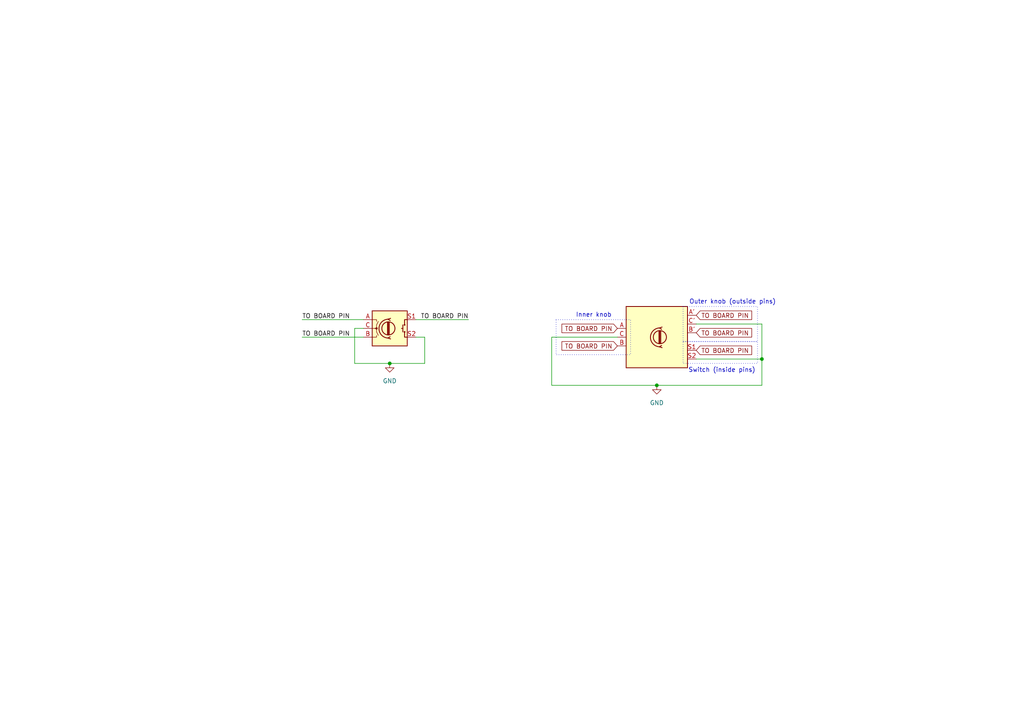
<source format=kicad_sch>
(kicad_sch (version 20231120) (generator "eeschema") (generator_version "8.0")
  (paper "A4")
  (lib_symbols
    (symbol "Device:RotaryEncoder_Switch" (pin_names (offset 0.254) hide)
      (property "Reference" "SW" (at 0 6.604 0))
      (property "Value" "RotaryEncoder_Switch" (at 0 -6.604 0))
      (symbol "RotaryEncoder_Switch_0_1"
        (rectangle (start -5.08 5.08) (end 5.08 -5.08) (stroke (width 0.254)) (fill (type background)))
        (circle (center -3.81 0) (radius 0.254) (fill (type outline)))
        (circle (center -0.381 0) (radius 1.905) (stroke (width 0.254)))
        (arc (start -0.381 2.667) (mid -3.0988 -0.0635) (end -0.381 -2.794) (stroke (width 0.254)))
        (polyline (pts (xy -0.635 -1.778) (xy -0.635 1.778)) (stroke (width 0.254)))
        (polyline (pts (xy -0.381 -1.778) (xy -0.381 1.778)) (stroke (width 0.254)))
        (polyline (pts (xy -0.127 1.778) (xy -0.127 -1.778)) (stroke (width 0.254)))
        (polyline (pts (xy 3.81 0) (xy 3.429 0)) (stroke (width 0.254)))
        (polyline (pts (xy 3.81 1.016) (xy 3.81 -1.016)) (stroke (width 0.254)))
        (polyline (pts (xy -5.08 -2.54) (xy -3.81 -2.54) (xy -3.81 -2.032)))
        (polyline (pts (xy -5.08 2.54) (xy -3.81 2.54) (xy -3.81 2.032)))
        (polyline (pts (xy 0.254 -3.048) (xy -0.508 -2.794) (xy 0.127 -2.413)) (stroke (width 0.254)))
        (polyline (pts (xy 0.254 2.921) (xy -0.508 2.667) (xy 0.127 2.286)) (stroke (width 0.254)))
        (polyline (pts (xy 5.08 -2.54) (xy 4.318 -2.54) (xy 4.318 -1.016)) (stroke (width 0.254)))
        (polyline (pts (xy 5.08 2.54) (xy 4.318 2.54) (xy 4.318 1.016)) (stroke (width 0.254)))
        (polyline (pts (xy -5.08 0) (xy -3.81 0) (xy -3.81 -1.016) (xy -3.302 -2.032)))
        (polyline (pts (xy -4.318 0) (xy -3.81 0) (xy -3.81 1.016) (xy -3.302 2.032)))
        (circle (center 4.318 -1.016) (radius 0.127) (stroke (width 0.254)))
        (circle (center 4.318 1.016) (radius 0.127) (stroke (width 0.254)))
      )
      (symbol "RotaryEncoder_Switch_1_1"
        (pin passive line (at -7.62 2.54 0) (length 2.54) (name "A") (number "A"))
        (pin passive line (at -7.62 -2.54 0) (length 2.54) (name "B") (number "B"))
        (pin passive line (at -7.62 0 0) (length 2.54) (name "C") (number "C"))
        (pin passive line (at 7.62 2.54 180) (length 2.54) (name "S1") (number "S1"))
        (pin passive line (at 7.62 -2.54 180) (length 2.54) (name "S2") (number "S2"))
      )
    )
    (symbol "power:GND" (power) (pin_numbers hide) (pin_names (offset 0) hide)
      (property "Value" "GND" (at 0 -3.81 0))
      (symbol "GND_0_1"
        (polyline (pts (xy 0 0) (xy 0 -1.27) (xy 1.27 -1.27) (xy 0 -2.54) (xy -1.27 -1.27) (xy 0 -1.27)))
      )
      (symbol "GND_1_1"
        (pin power_in line (at 0 0 270) (length 0) (name "~") (number "1"))
      )
    )
    (symbol "symbols:DualRotaryEncoder_Switch" (pin_names (offset 0.254) hide)
      (property "Reference" "SW" (at 0 11.176 0))
      (property "Value" "DualRotaryEncoder_Switch" (at 1.016 -14.732 0))
      (symbol "DualRotaryEncoder_Switch_0_1"
        (rectangle (start -8.89 8.89) (end 8.89 -8.89) (stroke (width 0.254)) (fill (type background)))
        (polyline (pts (xy 0.635 -1.778) (xy 0.635 1.778)) (stroke (width 0.254)))
        (polyline (pts (xy 0.889 -1.778) (xy 0.889 1.778)) (stroke (width 0.254)))
        (polyline (pts (xy 1.143 1.778) (xy 1.143 -1.778)) (stroke (width 0.254)))
        (polyline (pts (xy 1.524 -3.048) (xy 0.762 -2.794) (xy 1.397 -2.413)) (stroke (width 0.254)))
        (polyline (pts (xy 1.524 2.921) (xy 0.762 2.667) (xy 1.397 2.286)) (stroke (width 0.254)))
        (circle (center 0.889 0) (radius 1.905) (stroke (width 0.254)))
        (arc (start 0.889 2.667) (mid -1.8288 -0.0635) (end 0.889 -2.794) (stroke (width 0.254)))
      )
      (symbol "DualRotaryEncoder_Switch_1_0"
        (pin passive line (at 11.43 6.35 180) (length 2.54) (name "A'") (number "A'"))
        (pin passive line (at 11.43 1.27 180) (length 2.54) (name "B'") (number "B'"))
        (pin passive line (at 11.43 3.81 180) (length 2.54) (name "C'") (number "C'"))
      )
      (symbol "DualRotaryEncoder_Switch_1_1"
        (pin passive line (at -11.43 2.54 0) (length 2.54) (name "A") (number "A"))
        (pin passive line (at -11.43 -2.54 0) (length 2.54) (name "B") (number "B"))
        (pin passive line (at -11.43 0 0) (length 2.54) (name "C") (number "C"))
        (pin passive line (at 11.43 -3.81 180) (length 2.54) (name "S1") (number "S1"))
        (pin passive line (at 11.43 -6.35 180) (length 2.54) (name "S2") (number "S2"))
      )
    )
  )
  (junction (at 113.03 105.41))
  (junction (at 190.5 111.76))
  (junction (at 220.98 104.14))
  (wire (pts (xy 105.41 95.25) (xy 102.87 95.25)))
  (wire (pts (xy 160.02 111.76) (xy 190.5 111.76)))
  (wire (pts (xy 179.07 97.79) (xy 160.02 97.79)))
  (wire (pts (xy 120.65 92.71) (xy 135.89 92.71)))
  (wire (pts (xy 201.93 104.14) (xy 220.98 104.14)))
  (wire (pts (xy 190.5 111.76) (xy 220.98 111.76)))
  (wire (pts (xy 113.03 105.41) (xy 123.19 105.41)))
  (wire (pts (xy 87.63 92.71) (xy 105.41 92.71)))
  (wire (pts (xy 123.19 97.79) (xy 123.19 105.41)))
  (wire (pts (xy 120.65 97.79) (xy 123.19 97.79)))
  (wire (pts (xy 220.98 104.14) (xy 220.98 111.76)))
  (wire (pts (xy 102.87 105.41) (xy 113.03 105.41)))
  (wire (pts (xy 87.63 97.79) (xy 105.41 97.79)))
  (wire (pts (xy 102.87 95.25) (xy 102.87 105.41)))
  (wire (pts (xy 201.93 93.98) (xy 220.98 93.98)))
  (wire (pts (xy 220.98 93.98) (xy 220.98 104.14)))
  (wire (pts (xy 160.02 97.79) (xy 160.02 111.76)))
  (rectangle (start 161.29 92.71) (end 182.88 102.87) (stroke (width 0) (type dot)))
  (rectangle (start 198.12 99.06) (end 219.71 105.41) (stroke (width 0) (type dot)))
  (rectangle (start 198.12 88.9) (end 219.71 99.06) (stroke (width 0) (type dot)))
  (text "Inner knob" (at 172.212 91.44 0) (effects (font (size 1.27 1.27))))
  (text "Switch (inside pins)" (at 199.644 107.442 0) (effects (font (size 1.27 1.27)) (justify left)))
  (text "Outer knob (outside pins)" (at 199.898 87.63 0) (effects (font (size 1.27 1.27)) (justify left)))
  (label "TO BOARD PIN" (at 135.89 92.71 180))
  (label "TO BOARD PIN" (at 87.63 92.71 0))
  (label "TO BOARD PIN" (at 87.63 97.79 0))
  (global_label "TO BOARD PIN" (shape input) (at 179.07 100.33 180) (property "Intersheetrefs" "${INTERSHEET_REFS}" (effects (hide yes))))
  (global_label "TO BOARD PIN" (shape input) (at 201.93 101.6 0) (property "Intersheetrefs" "${INTERSHEET_REFS}" (effects (hide yes))))
  (global_label "TO BOARD PIN" (shape input) (at 201.93 91.44 0) (property "Intersheetrefs" "${INTERSHEET_REFS}" (effects (hide yes))))
  (global_label "TO BOARD PIN" (shape input) (at 201.93 96.52 0) (property "Intersheetrefs" "${INTERSHEET_REFS}" (effects (hide yes))))
  (global_label "TO BOARD PIN" (shape input) (at 179.07 95.25 180) (property "Intersheetrefs" "${INTERSHEET_REFS}" (effects (hide yes))))
  (symbol (lib_id "Device:RotaryEncoder_Switch") (at 113.03 95.25 0) (unit 1)
    (property "Reference" "SW1" (effects (hide yes)))
    (property "Value" "RotaryEncoder_Switch" (effects (hide yes)))
    (property "Description" "Rotary encoder, dual channel, incremental quadrate outputs, with switch" (effects (hide yes)))
  )
  (symbol (lib_id "power:GND") (at 113.03 105.41 0) (unit 1)
    (property "Reference" "#PWR01" (effects (hide yes)))
    (property "Value" "GND" (at 113.03 110.49 0))
    (property "Description" "Power symbol creates a global label with name \"GND\" , ground" (effects (hide yes)))
  )
  (symbol (lib_id "symbols:DualRotaryEncoder_Switch") (at 190.5 97.79 0) (unit 1)
    (property "Reference" "SW2" (effects (hide yes)))
    (property "Value" "DualRotaryEncoder_Switch" (effects (hide yes)))
    (property "Description" "Dual rotary encoder, dual channel, incremental quadrate outputs, with switch" (effects (hide yes)))
  )
  (symbol (lib_id "power:GND") (at 190.5 111.76 0) (unit 1)
    (property "Reference" "#PWR02" (effects (hide yes)))
    (property "Value" "GND" (at 190.5 116.84 0))
    (property "Description" "Power symbol creates a global label with name \"GND\" , ground" (effects (hide yes)))
  )
)
</source>
